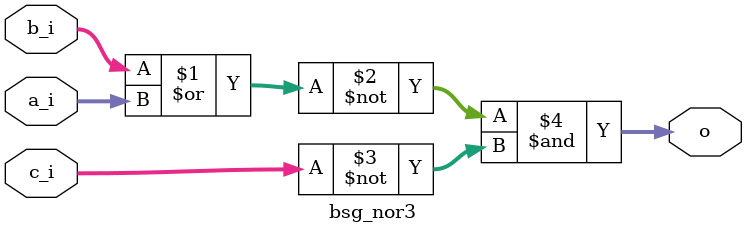
<source format=v>
module bsg_nor3(	// file.cleaned.mlir:2:3
  input  [15:0] a_i,	// file.cleaned.mlir:2:26
                b_i,	// file.cleaned.mlir:2:41
                c_i,	// file.cleaned.mlir:2:56
  output [15:0] o	// file.cleaned.mlir:2:72
);

  assign o = ~(b_i | a_i) & ~c_i;	// file.cleaned.mlir:4:10, :5:10, :6:10, :7:10, :8:5
endmodule


</source>
